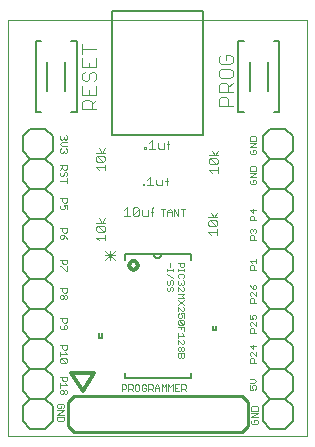
<source format=gto>
G75*
%MOIN*%
%OFA0B0*%
%FSLAX24Y24*%
%IPPOS*%
%LPD*%
%AMOC8*
5,1,8,0,0,1.08239X$1,22.5*
%
%ADD10C,0.0000*%
%ADD11C,0.0120*%
%ADD12C,0.0020*%
%ADD13C,0.0060*%
%ADD14C,0.0030*%
%ADD15C,0.0050*%
%ADD16C,0.0100*%
%ADD17C,0.0080*%
%ADD18C,0.0040*%
D10*
X000660Y000660D02*
X000660Y014530D01*
X010652Y014530D01*
X010652Y000660D01*
X000660Y000660D01*
D11*
X003160Y002160D02*
X002785Y002785D01*
X003535Y002785D01*
X003160Y002160D01*
X004719Y006360D02*
X004721Y006383D01*
X004727Y006406D01*
X004736Y006427D01*
X004749Y006447D01*
X004765Y006464D01*
X004783Y006478D01*
X004803Y006489D01*
X004825Y006497D01*
X004848Y006501D01*
X004872Y006501D01*
X004895Y006497D01*
X004917Y006489D01*
X004937Y006478D01*
X004955Y006464D01*
X004971Y006447D01*
X004984Y006427D01*
X004993Y006406D01*
X004999Y006383D01*
X005001Y006360D01*
X004999Y006337D01*
X004993Y006314D01*
X004984Y006293D01*
X004971Y006273D01*
X004955Y006256D01*
X004937Y006242D01*
X004917Y006231D01*
X004895Y006223D01*
X004872Y006219D01*
X004848Y006219D01*
X004825Y006223D01*
X004803Y006231D01*
X004783Y006242D01*
X004765Y006256D01*
X004749Y006273D01*
X004736Y006293D01*
X004727Y006314D01*
X004721Y006337D01*
X004719Y006360D01*
D12*
X005970Y006229D02*
X005970Y006156D01*
X005970Y006192D02*
X006190Y006192D01*
X006190Y006156D02*
X006190Y006229D01*
X006080Y006303D02*
X006080Y006450D01*
X006330Y006450D02*
X006550Y006450D01*
X006550Y006340D01*
X006513Y006303D01*
X006440Y006303D01*
X006403Y006340D01*
X006403Y006450D01*
X006330Y006229D02*
X006330Y006156D01*
X006330Y006192D02*
X006550Y006192D01*
X006550Y006156D02*
X006550Y006229D01*
X006513Y006082D02*
X006367Y006082D01*
X006330Y006045D01*
X006330Y005972D01*
X006367Y005935D01*
X006367Y005861D02*
X006330Y005824D01*
X006330Y005751D01*
X006367Y005714D01*
X006403Y005714D01*
X006440Y005751D01*
X006440Y005787D01*
X006440Y005751D02*
X006477Y005714D01*
X006513Y005714D01*
X006550Y005751D01*
X006550Y005824D01*
X006513Y005861D01*
X006513Y005935D02*
X006550Y005972D01*
X006550Y006045D01*
X006513Y006082D01*
X006190Y005935D02*
X005970Y006082D01*
X006007Y005861D02*
X005970Y005824D01*
X005970Y005751D01*
X006007Y005714D01*
X006043Y005714D01*
X006080Y005751D01*
X006080Y005824D01*
X006117Y005861D01*
X006153Y005861D01*
X006190Y005824D01*
X006190Y005751D01*
X006153Y005714D01*
X006153Y005640D02*
X006117Y005640D01*
X006080Y005603D01*
X006080Y005530D01*
X006043Y005493D01*
X006007Y005493D01*
X005970Y005530D01*
X005970Y005603D01*
X006007Y005640D01*
X006153Y005640D02*
X006190Y005603D01*
X006190Y005530D01*
X006153Y005493D01*
X006330Y005493D02*
X006330Y005640D01*
X006477Y005493D01*
X006513Y005493D01*
X006550Y005530D01*
X006550Y005603D01*
X006513Y005640D01*
X006550Y005419D02*
X006477Y005345D01*
X006550Y005272D01*
X006330Y005272D01*
X006330Y005198D02*
X006550Y005051D01*
X006513Y004977D02*
X006550Y004940D01*
X006550Y004867D01*
X006513Y004830D01*
X006477Y004830D01*
X006330Y004977D01*
X006330Y004830D01*
X006367Y004756D02*
X006330Y004719D01*
X006330Y004646D01*
X006367Y004609D01*
X006440Y004609D01*
X006477Y004646D01*
X006477Y004682D01*
X006440Y004756D01*
X006550Y004756D01*
X006550Y004609D01*
X006513Y004535D02*
X006367Y004535D01*
X006513Y004388D01*
X006367Y004388D01*
X006330Y004425D01*
X006330Y004498D01*
X006367Y004535D01*
X006513Y004535D02*
X006550Y004498D01*
X006550Y004425D01*
X006513Y004388D01*
X006550Y004314D02*
X006550Y004167D01*
X006477Y004093D02*
X006550Y004019D01*
X006330Y004019D01*
X006330Y003946D02*
X006330Y004093D01*
X006440Y004240D02*
X006440Y004314D01*
X006330Y004314D02*
X006550Y004314D01*
X006513Y003872D02*
X006550Y003835D01*
X006550Y003762D01*
X006513Y003725D01*
X006477Y003725D01*
X006330Y003872D01*
X006330Y003725D01*
X006367Y003651D02*
X006330Y003614D01*
X006330Y003541D01*
X006367Y003504D01*
X006403Y003504D01*
X006440Y003541D01*
X006440Y003614D01*
X006477Y003651D01*
X006513Y003651D01*
X006550Y003614D01*
X006550Y003541D01*
X006513Y003504D01*
X006477Y003504D01*
X006440Y003541D01*
X006440Y003614D02*
X006403Y003651D01*
X006367Y003651D01*
X006330Y003430D02*
X006330Y003320D01*
X006367Y003283D01*
X006403Y003283D01*
X006440Y003320D01*
X006440Y003430D01*
X006330Y003430D02*
X006550Y003430D01*
X006550Y003320D01*
X006513Y003283D01*
X006477Y003283D01*
X006440Y003320D01*
X006459Y002390D02*
X006569Y002390D01*
X006606Y002353D01*
X006606Y002280D01*
X006569Y002243D01*
X006459Y002243D01*
X006459Y002170D02*
X006459Y002390D01*
X006385Y002390D02*
X006238Y002390D01*
X006238Y002170D01*
X006385Y002170D01*
X006311Y002280D02*
X006238Y002280D01*
X006164Y002390D02*
X006164Y002170D01*
X006017Y002170D02*
X006017Y002390D01*
X006090Y002317D01*
X006164Y002390D01*
X005943Y002390D02*
X005943Y002170D01*
X005796Y002170D02*
X005796Y002390D01*
X005869Y002317D01*
X005943Y002390D01*
X005722Y002317D02*
X005722Y002170D01*
X005722Y002280D02*
X005575Y002280D01*
X005575Y002317D02*
X005575Y002170D01*
X005501Y002170D02*
X005427Y002243D01*
X005464Y002243D02*
X005354Y002243D01*
X005354Y002170D02*
X005354Y002390D01*
X005464Y002390D01*
X005501Y002353D01*
X005501Y002280D01*
X005464Y002243D01*
X005575Y002317D02*
X005648Y002390D01*
X005722Y002317D01*
X005280Y002353D02*
X005243Y002390D01*
X005170Y002390D01*
X005133Y002353D01*
X005133Y002207D01*
X005170Y002170D01*
X005243Y002170D01*
X005280Y002207D01*
X005280Y002280D01*
X005206Y002280D01*
X005059Y002207D02*
X005059Y002353D01*
X005022Y002390D01*
X004949Y002390D01*
X004912Y002353D01*
X004912Y002207D01*
X004949Y002170D01*
X005022Y002170D01*
X005059Y002207D01*
X004838Y002170D02*
X004764Y002243D01*
X004801Y002243D02*
X004691Y002243D01*
X004691Y002170D02*
X004691Y002390D01*
X004801Y002390D01*
X004838Y002353D01*
X004838Y002280D01*
X004801Y002243D01*
X004617Y002280D02*
X004580Y002243D01*
X004470Y002243D01*
X004470Y002170D02*
X004470Y002390D01*
X004580Y002390D01*
X004617Y002353D01*
X004617Y002280D01*
X006532Y002243D02*
X006606Y002170D01*
X006330Y005051D02*
X006550Y005198D01*
X006550Y005419D02*
X006330Y005419D01*
X006359Y008020D02*
X006359Y008240D01*
X006433Y008240D02*
X006580Y008240D01*
X006506Y008240D02*
X006506Y008020D01*
X006359Y008020D02*
X006212Y008240D01*
X006212Y008020D01*
X006138Y008020D02*
X006138Y008167D01*
X006064Y008240D01*
X005991Y008167D01*
X005991Y008020D01*
X005991Y008130D02*
X006138Y008130D01*
X005917Y008240D02*
X005770Y008240D01*
X005843Y008240D02*
X005843Y008020D01*
X008730Y007980D02*
X008730Y007870D01*
X008950Y007870D01*
X008877Y007870D02*
X008877Y007980D01*
X008840Y008017D01*
X008767Y008017D01*
X008730Y007980D01*
X008840Y008091D02*
X008730Y008201D01*
X008950Y008201D01*
X008840Y008238D02*
X008840Y008091D01*
X008877Y007588D02*
X008913Y007588D01*
X008950Y007551D01*
X008950Y007478D01*
X008913Y007441D01*
X008840Y007514D02*
X008840Y007551D01*
X008877Y007588D01*
X008840Y007551D02*
X008803Y007588D01*
X008767Y007588D01*
X008730Y007551D01*
X008730Y007478D01*
X008767Y007441D01*
X008767Y007367D02*
X008840Y007367D01*
X008877Y007330D01*
X008877Y007220D01*
X008950Y007220D02*
X008730Y007220D01*
X008730Y007330D01*
X008767Y007367D01*
X008950Y006588D02*
X008950Y006441D01*
X008950Y006514D02*
X008730Y006514D01*
X008803Y006441D01*
X008767Y006367D02*
X008840Y006367D01*
X008877Y006330D01*
X008877Y006220D01*
X008950Y006220D02*
X008730Y006220D01*
X008730Y006330D01*
X008767Y006367D01*
X008730Y005709D02*
X008767Y005635D01*
X008840Y005562D01*
X008840Y005672D01*
X008877Y005709D01*
X008913Y005709D01*
X008950Y005672D01*
X008950Y005599D01*
X008913Y005562D01*
X008840Y005562D01*
X008803Y005488D02*
X008767Y005488D01*
X008730Y005451D01*
X008730Y005378D01*
X008767Y005341D01*
X008767Y005267D02*
X008840Y005267D01*
X008877Y005230D01*
X008877Y005120D01*
X008950Y005120D02*
X008730Y005120D01*
X008730Y005230D01*
X008767Y005267D01*
X008950Y005341D02*
X008803Y005488D01*
X008950Y005488D02*
X008950Y005341D01*
X008913Y004709D02*
X008950Y004672D01*
X008950Y004599D01*
X008913Y004562D01*
X008840Y004562D02*
X008803Y004635D01*
X008803Y004672D01*
X008840Y004709D01*
X008913Y004709D01*
X008840Y004562D02*
X008730Y004562D01*
X008730Y004709D01*
X008767Y004488D02*
X008730Y004451D01*
X008730Y004378D01*
X008767Y004341D01*
X008767Y004267D02*
X008840Y004267D01*
X008877Y004230D01*
X008877Y004120D01*
X008950Y004120D02*
X008730Y004120D01*
X008730Y004230D01*
X008767Y004267D01*
X008950Y004341D02*
X008803Y004488D01*
X008767Y004488D01*
X008950Y004488D02*
X008950Y004341D01*
X008840Y003709D02*
X008840Y003562D01*
X008730Y003672D01*
X008950Y003672D01*
X008950Y003488D02*
X008950Y003341D01*
X008803Y003488D01*
X008767Y003488D01*
X008730Y003451D01*
X008730Y003378D01*
X008767Y003341D01*
X008767Y003267D02*
X008840Y003267D01*
X008877Y003230D01*
X008877Y003120D01*
X008950Y003120D02*
X008730Y003120D01*
X008730Y003230D01*
X008767Y003267D01*
X008730Y002588D02*
X008877Y002588D01*
X008950Y002514D01*
X008877Y002441D01*
X008730Y002441D01*
X008730Y002367D02*
X008730Y002220D01*
X008840Y002220D01*
X008803Y002293D01*
X008803Y002330D01*
X008840Y002367D01*
X008913Y002367D01*
X008950Y002330D01*
X008950Y002257D01*
X008913Y002220D01*
X008963Y001659D02*
X008817Y001659D01*
X008780Y001622D01*
X008780Y001512D01*
X009000Y001512D01*
X009000Y001622D01*
X008963Y001659D01*
X009000Y001438D02*
X008780Y001438D01*
X008780Y001291D02*
X009000Y001438D01*
X009000Y001291D02*
X008780Y001291D01*
X008817Y001217D02*
X008780Y001180D01*
X008780Y001107D01*
X008817Y001070D01*
X008963Y001070D01*
X009000Y001107D01*
X009000Y001180D01*
X008963Y001217D01*
X008890Y001217D01*
X008890Y001143D01*
X008767Y009070D02*
X008913Y009070D01*
X008950Y009107D01*
X008950Y009180D01*
X008913Y009217D01*
X008840Y009217D01*
X008840Y009143D01*
X008767Y009070D02*
X008730Y009107D01*
X008730Y009180D01*
X008767Y009217D01*
X008730Y009291D02*
X008950Y009438D01*
X008730Y009438D01*
X008730Y009512D02*
X008730Y009622D01*
X008767Y009659D01*
X008913Y009659D01*
X008950Y009622D01*
X008950Y009512D01*
X008730Y009512D01*
X008730Y009291D02*
X008950Y009291D01*
X008913Y010070D02*
X008767Y010070D01*
X008730Y010107D01*
X008730Y010180D01*
X008767Y010217D01*
X008840Y010217D02*
X008840Y010143D01*
X008840Y010217D02*
X008913Y010217D01*
X008950Y010180D01*
X008950Y010107D01*
X008913Y010070D01*
X008950Y010291D02*
X008730Y010291D01*
X008950Y010438D01*
X008730Y010438D01*
X008730Y010512D02*
X008730Y010622D01*
X008767Y010659D01*
X008913Y010659D01*
X008950Y010622D01*
X008950Y010512D01*
X008730Y010512D01*
X002640Y010479D02*
X002493Y010479D01*
X002420Y010406D01*
X002493Y010332D01*
X002640Y010332D01*
X002603Y010258D02*
X002640Y010221D01*
X002640Y010148D01*
X002603Y010111D01*
X002567Y010111D01*
X002530Y010148D01*
X002493Y010111D01*
X002457Y010111D01*
X002420Y010148D01*
X002420Y010221D01*
X002457Y010258D01*
X002530Y010185D02*
X002530Y010148D01*
X002493Y010553D02*
X002457Y010553D01*
X002420Y010590D01*
X002420Y010663D01*
X002457Y010700D01*
X002530Y010627D02*
X002530Y010590D01*
X002493Y010553D01*
X002530Y010590D02*
X002567Y010553D01*
X002603Y010553D01*
X002640Y010590D01*
X002640Y010663D01*
X002603Y010700D01*
X002640Y009700D02*
X002420Y009700D01*
X002493Y009700D02*
X002493Y009590D01*
X002530Y009553D01*
X002603Y009553D01*
X002640Y009590D01*
X002640Y009700D01*
X002493Y009627D02*
X002420Y009553D01*
X002457Y009479D02*
X002420Y009442D01*
X002420Y009369D01*
X002457Y009332D01*
X002493Y009332D01*
X002530Y009369D01*
X002530Y009442D01*
X002567Y009479D01*
X002603Y009479D01*
X002640Y009442D01*
X002640Y009369D01*
X002603Y009332D01*
X002640Y009258D02*
X002640Y009111D01*
X002640Y009185D02*
X002420Y009185D01*
X002420Y008600D02*
X002640Y008600D01*
X002640Y008490D01*
X002603Y008453D01*
X002530Y008453D01*
X002493Y008490D01*
X002493Y008600D01*
X002457Y008379D02*
X002420Y008342D01*
X002420Y008269D01*
X002457Y008232D01*
X002530Y008232D01*
X002567Y008269D01*
X002567Y008306D01*
X002530Y008379D01*
X002640Y008379D01*
X002640Y008232D01*
X002640Y007600D02*
X002420Y007600D01*
X002493Y007600D02*
X002493Y007490D01*
X002530Y007453D01*
X002603Y007453D01*
X002640Y007490D01*
X002640Y007600D01*
X002530Y007379D02*
X002530Y007269D01*
X002493Y007232D01*
X002457Y007232D01*
X002420Y007269D01*
X002420Y007342D01*
X002457Y007379D01*
X002530Y007379D01*
X002603Y007306D01*
X002640Y007232D01*
X002640Y006550D02*
X002420Y006550D01*
X002493Y006550D02*
X002493Y006440D01*
X002530Y006403D01*
X002603Y006403D01*
X002640Y006440D01*
X002640Y006550D01*
X002640Y006329D02*
X002640Y006182D01*
X002603Y006182D01*
X002457Y006329D01*
X002420Y006329D01*
X002420Y005600D02*
X002640Y005600D01*
X002640Y005490D01*
X002603Y005453D01*
X002530Y005453D01*
X002493Y005490D01*
X002493Y005600D01*
X002493Y005379D02*
X002457Y005379D01*
X002420Y005342D01*
X002420Y005269D01*
X002457Y005232D01*
X002493Y005232D01*
X002530Y005269D01*
X002530Y005342D01*
X002567Y005379D01*
X002603Y005379D01*
X002640Y005342D01*
X002640Y005269D01*
X002603Y005232D01*
X002567Y005232D01*
X002530Y005269D01*
X002530Y005342D02*
X002493Y005379D01*
X002493Y004600D02*
X002493Y004490D01*
X002530Y004453D01*
X002603Y004453D01*
X002640Y004490D01*
X002640Y004600D01*
X002420Y004600D01*
X002457Y004379D02*
X002420Y004342D01*
X002420Y004269D01*
X002457Y004232D01*
X002603Y004232D01*
X002640Y004269D01*
X002640Y004342D01*
X002603Y004379D01*
X002567Y004379D01*
X002530Y004342D01*
X002530Y004232D01*
X002493Y003700D02*
X002493Y003590D01*
X002530Y003553D01*
X002603Y003553D01*
X002640Y003590D01*
X002640Y003700D01*
X002420Y003700D01*
X002420Y003479D02*
X002420Y003332D01*
X002420Y003406D02*
X002640Y003406D01*
X002567Y003479D01*
X002603Y003258D02*
X002457Y003258D01*
X002603Y003111D01*
X002457Y003111D01*
X002420Y003148D01*
X002420Y003221D01*
X002457Y003258D01*
X002603Y003258D02*
X002640Y003221D01*
X002640Y003148D01*
X002603Y003111D01*
X002640Y002650D02*
X002420Y002650D01*
X002493Y002650D02*
X002493Y002540D01*
X002530Y002503D01*
X002603Y002503D01*
X002640Y002540D01*
X002640Y002650D01*
X002567Y002429D02*
X002640Y002356D01*
X002420Y002356D01*
X002420Y002429D02*
X002420Y002282D01*
X002457Y002208D02*
X002493Y002208D01*
X002530Y002171D01*
X002530Y002098D01*
X002493Y002061D01*
X002457Y002061D01*
X002420Y002098D01*
X002420Y002171D01*
X002457Y002208D01*
X002530Y002171D02*
X002567Y002208D01*
X002603Y002208D01*
X002640Y002171D01*
X002640Y002098D01*
X002603Y002061D01*
X002567Y002061D01*
X002530Y002098D01*
X002503Y001750D02*
X002357Y001750D01*
X002320Y001713D01*
X002320Y001640D01*
X002357Y001603D01*
X002430Y001603D01*
X002430Y001677D01*
X002503Y001750D02*
X002540Y001713D01*
X002540Y001640D01*
X002503Y001603D01*
X002540Y001529D02*
X002320Y001382D01*
X002540Y001382D01*
X002540Y001308D02*
X002540Y001198D01*
X002503Y001161D01*
X002357Y001161D01*
X002320Y001198D01*
X002320Y001308D01*
X002540Y001308D01*
X002540Y001529D02*
X002320Y001529D01*
D13*
X002160Y001660D02*
X001910Y001910D01*
X001410Y001910D01*
X001160Y001660D01*
X001160Y001160D01*
X001410Y000910D01*
X001910Y000910D01*
X002160Y001160D01*
X002160Y001660D01*
X001910Y001910D02*
X002160Y002160D01*
X002160Y002660D01*
X001910Y002910D01*
X001410Y002910D01*
X001160Y003160D01*
X001160Y003660D01*
X001410Y003910D01*
X001160Y004160D01*
X001160Y004660D01*
X001410Y004910D01*
X001160Y005160D01*
X001160Y005660D01*
X001410Y005910D01*
X001160Y006160D01*
X001160Y006660D01*
X001410Y006910D01*
X001160Y007160D01*
X001160Y007660D01*
X001410Y007910D01*
X001160Y008160D01*
X001160Y008660D01*
X001410Y008910D01*
X001160Y009160D01*
X001160Y009660D01*
X001410Y009910D01*
X001160Y010160D01*
X001160Y010660D01*
X001410Y010910D01*
X001910Y010910D01*
X002160Y010660D01*
X002160Y010160D01*
X001910Y009910D01*
X002160Y009660D01*
X002160Y009160D01*
X001910Y008910D01*
X001410Y008910D01*
X001910Y008910D02*
X002160Y008660D01*
X002160Y008160D01*
X001910Y007910D01*
X002160Y007660D01*
X002160Y007160D01*
X001910Y006910D01*
X002160Y006660D01*
X002160Y006160D01*
X001910Y005910D01*
X001410Y005910D01*
X001910Y005910D02*
X002160Y005660D01*
X002160Y005160D01*
X001910Y004910D01*
X002160Y004660D01*
X002160Y004160D01*
X001910Y003910D01*
X002160Y003660D01*
X002160Y003160D01*
X001910Y002910D01*
X001410Y002910D02*
X001160Y002660D01*
X001160Y002160D01*
X001410Y001910D01*
X001410Y003910D02*
X001910Y003910D01*
X001910Y004910D02*
X001410Y004910D01*
X001410Y006910D02*
X001910Y006910D01*
X001910Y007910D02*
X001410Y007910D01*
X001410Y009910D02*
X001910Y009910D01*
X004560Y006730D02*
X004560Y006540D01*
X004560Y006730D02*
X005540Y006730D01*
X005780Y006730D01*
X006760Y006730D01*
X006760Y006540D01*
X005780Y006730D02*
X005778Y006709D01*
X005773Y006689D01*
X005764Y006670D01*
X005752Y006653D01*
X005737Y006638D01*
X005720Y006626D01*
X005701Y006617D01*
X005681Y006612D01*
X005660Y006610D01*
X005639Y006612D01*
X005619Y006617D01*
X005600Y006626D01*
X005583Y006638D01*
X005568Y006653D01*
X005556Y006670D01*
X005547Y006689D01*
X005542Y006709D01*
X005540Y006730D01*
X003810Y004100D02*
X003810Y003950D01*
X003710Y003950D01*
X003710Y004100D01*
X004560Y002780D02*
X004560Y002590D01*
X006760Y002590D01*
X006760Y002780D01*
X007510Y004200D02*
X007510Y004350D01*
X007610Y004350D02*
X007610Y004200D01*
X007510Y004200D01*
X009160Y004160D02*
X009160Y004660D01*
X009410Y004910D01*
X009160Y005160D01*
X009160Y005660D01*
X009410Y005910D01*
X009160Y006160D01*
X009160Y006660D01*
X009410Y006910D01*
X009160Y007160D01*
X009160Y007660D01*
X009410Y007910D01*
X009160Y008160D01*
X009160Y008660D01*
X009410Y008910D01*
X009160Y009160D01*
X009160Y009660D01*
X009410Y009910D01*
X009160Y010160D01*
X009160Y010660D01*
X009410Y010910D01*
X009910Y010910D01*
X010160Y010660D01*
X010160Y010160D01*
X009910Y009910D01*
X010160Y009660D01*
X010160Y009160D01*
X009910Y008910D01*
X009410Y008910D01*
X009910Y008910D02*
X010160Y008660D01*
X010160Y008160D01*
X009910Y007910D01*
X010160Y007660D01*
X010160Y007160D01*
X009910Y006910D01*
X010160Y006660D01*
X010160Y006160D01*
X009910Y005910D01*
X009410Y005910D01*
X009910Y005910D02*
X010160Y005660D01*
X010160Y005160D01*
X009910Y004910D01*
X010160Y004660D01*
X010160Y004160D01*
X009910Y003910D01*
X010160Y003660D01*
X010160Y003160D01*
X009910Y002910D01*
X009410Y002910D01*
X009160Y003160D01*
X009160Y003660D01*
X009410Y003910D01*
X009160Y004160D01*
X009410Y003910D02*
X009910Y003910D01*
X009910Y004910D02*
X009410Y004910D01*
X009410Y006910D02*
X009910Y006910D01*
X009910Y007910D02*
X009410Y007910D01*
X009410Y009910D02*
X009910Y009910D01*
X009910Y002910D02*
X010160Y002660D01*
X010160Y002160D01*
X009910Y001910D01*
X010160Y001660D01*
X010160Y001160D01*
X009910Y000910D01*
X009410Y000910D01*
X009160Y001160D01*
X009160Y001660D01*
X009410Y001910D01*
X009160Y002160D01*
X009160Y002660D01*
X009410Y002910D01*
X009410Y001910D02*
X009910Y001910D01*
D14*
X007645Y007375D02*
X007645Y007568D01*
X007645Y007472D02*
X007355Y007472D01*
X007452Y007375D01*
X007403Y007670D02*
X007355Y007718D01*
X007355Y007815D01*
X007403Y007863D01*
X007597Y007670D01*
X007645Y007718D01*
X007645Y007815D01*
X007597Y007863D01*
X007403Y007863D01*
X007355Y007964D02*
X007645Y007964D01*
X007548Y007964D02*
X007645Y008109D01*
X007548Y007964D02*
X007452Y008109D01*
X007403Y007670D02*
X007597Y007670D01*
X007665Y009440D02*
X007665Y009634D01*
X007665Y009537D02*
X007375Y009537D01*
X007472Y009440D01*
X007423Y009735D02*
X007375Y009783D01*
X007375Y009880D01*
X007423Y009928D01*
X007617Y009735D01*
X007665Y009783D01*
X007665Y009880D01*
X007617Y009928D01*
X007423Y009928D01*
X007375Y010029D02*
X007665Y010029D01*
X007568Y010029D02*
X007472Y010175D01*
X007568Y010029D02*
X007665Y010175D01*
X007617Y009735D02*
X007423Y009735D01*
X006008Y009315D02*
X005960Y009267D01*
X005960Y009025D01*
X005810Y009025D02*
X005810Y009218D01*
X005912Y009170D02*
X006008Y009170D01*
X005810Y009025D02*
X005665Y009025D01*
X005617Y009073D01*
X005617Y009218D01*
X005516Y009025D02*
X005322Y009025D01*
X005419Y009025D02*
X005419Y009315D01*
X005322Y009218D01*
X005223Y009073D02*
X005223Y009025D01*
X005175Y009025D01*
X005175Y009073D01*
X005223Y009073D01*
X004984Y008295D02*
X004888Y008295D01*
X004839Y008247D01*
X004839Y008053D01*
X005033Y008247D01*
X005033Y008053D01*
X004984Y008005D01*
X004888Y008005D01*
X004839Y008053D01*
X004738Y008005D02*
X004545Y008005D01*
X004641Y008005D02*
X004641Y008295D01*
X004545Y008198D01*
X004984Y008295D02*
X005033Y008247D01*
X005134Y008198D02*
X005134Y008053D01*
X005182Y008005D01*
X005327Y008005D01*
X005327Y008198D01*
X005429Y008150D02*
X005525Y008150D01*
X005477Y008247D02*
X005525Y008295D01*
X005477Y008247D02*
X005477Y008005D01*
X004239Y006847D02*
X003925Y006533D01*
X003925Y006690D02*
X004239Y006690D01*
X004239Y006533D02*
X003925Y006847D01*
X004082Y006847D02*
X004082Y006533D01*
X003915Y007190D02*
X003915Y007384D01*
X003915Y007287D02*
X003625Y007287D01*
X003722Y007190D01*
X003673Y007485D02*
X003625Y007533D01*
X003625Y007630D01*
X003673Y007678D01*
X003867Y007485D01*
X003915Y007533D01*
X003915Y007630D01*
X003867Y007678D01*
X003673Y007678D01*
X003625Y007779D02*
X003915Y007779D01*
X003818Y007779D02*
X003915Y007925D01*
X003818Y007779D02*
X003722Y007925D01*
X003673Y007485D02*
X003867Y007485D01*
X003895Y009525D02*
X003895Y009718D01*
X003895Y009622D02*
X003605Y009622D01*
X003702Y009525D01*
X003653Y009820D02*
X003605Y009868D01*
X003605Y009965D01*
X003653Y010013D01*
X003847Y009820D01*
X003895Y009868D01*
X003895Y009965D01*
X003847Y010013D01*
X003653Y010013D01*
X003605Y010114D02*
X003895Y010114D01*
X003798Y010114D02*
X003895Y010259D01*
X003798Y010114D02*
X003702Y010259D01*
X003653Y009820D02*
X003847Y009820D01*
X005225Y010250D02*
X005273Y010250D01*
X005273Y010298D01*
X005225Y010298D01*
X005225Y010250D01*
X005372Y010250D02*
X005566Y010250D01*
X005469Y010250D02*
X005469Y010540D01*
X005372Y010443D01*
X005667Y010443D02*
X005667Y010298D01*
X005715Y010250D01*
X005860Y010250D01*
X005860Y010443D01*
X005962Y010395D02*
X006058Y010395D01*
X006010Y010492D02*
X006010Y010250D01*
X006010Y010492D02*
X006058Y010540D01*
D15*
X007176Y010701D02*
X004144Y010701D01*
X004144Y014835D01*
X007176Y014835D01*
X007176Y010701D01*
D16*
X008460Y002010D02*
X002860Y002010D01*
X002660Y001810D01*
X002660Y001010D01*
X002860Y000810D01*
X008460Y000810D01*
X008660Y001010D01*
X008660Y001810D01*
X008460Y002010D01*
D17*
X008346Y011479D02*
X008543Y011479D01*
X008346Y011479D02*
X008346Y013841D01*
X008543Y013841D01*
X008740Y013152D02*
X008740Y012168D01*
X009330Y012168D02*
X009330Y013132D01*
X009527Y013841D02*
X009724Y013841D01*
X009724Y011479D01*
X009527Y011479D01*
X002974Y011479D02*
X002777Y011479D01*
X002974Y011479D02*
X002974Y013841D01*
X002777Y013841D01*
X002580Y013152D02*
X002580Y012168D01*
X001990Y012188D02*
X001990Y013152D01*
X001793Y013841D02*
X001596Y013841D01*
X001596Y011479D01*
X001793Y011479D01*
D18*
X003155Y011578D02*
X003155Y011808D01*
X003231Y011885D01*
X003385Y011885D01*
X003462Y011808D01*
X003462Y011578D01*
X003615Y011578D02*
X003155Y011578D01*
X003462Y011731D02*
X003615Y011885D01*
X003615Y012038D02*
X003615Y012345D01*
X003538Y012499D02*
X003615Y012576D01*
X003615Y012729D01*
X003538Y012806D01*
X003462Y012806D01*
X003385Y012729D01*
X003385Y012576D01*
X003308Y012499D01*
X003231Y012499D01*
X003155Y012576D01*
X003155Y012729D01*
X003231Y012806D01*
X003155Y012959D02*
X003615Y012959D01*
X003615Y013266D01*
X003385Y013113D02*
X003385Y012959D01*
X003155Y012959D02*
X003155Y013266D01*
X003155Y013420D02*
X003155Y013727D01*
X003155Y013573D02*
X003615Y013573D01*
X003155Y012345D02*
X003155Y012038D01*
X003615Y012038D01*
X003385Y012038D02*
X003385Y012192D01*
X007705Y012140D02*
X007705Y012371D01*
X007781Y012447D01*
X007935Y012447D01*
X008012Y012371D01*
X008012Y012140D01*
X008012Y012294D02*
X008165Y012447D01*
X008088Y012601D02*
X008165Y012678D01*
X008165Y012831D01*
X008088Y012908D01*
X007781Y012908D01*
X007705Y012831D01*
X007705Y012678D01*
X007781Y012601D01*
X008088Y012601D01*
X008088Y013061D02*
X007781Y013061D01*
X007705Y013138D01*
X007705Y013291D01*
X007781Y013368D01*
X007935Y013368D02*
X007935Y013215D01*
X007935Y013368D02*
X008088Y013368D01*
X008165Y013291D01*
X008165Y013138D01*
X008088Y013061D01*
X008165Y012140D02*
X007705Y012140D01*
X007781Y011987D02*
X007935Y011987D01*
X008012Y011910D01*
X008012Y011680D01*
X008165Y011680D02*
X007705Y011680D01*
X007705Y011910D01*
X007781Y011987D01*
M02*

</source>
